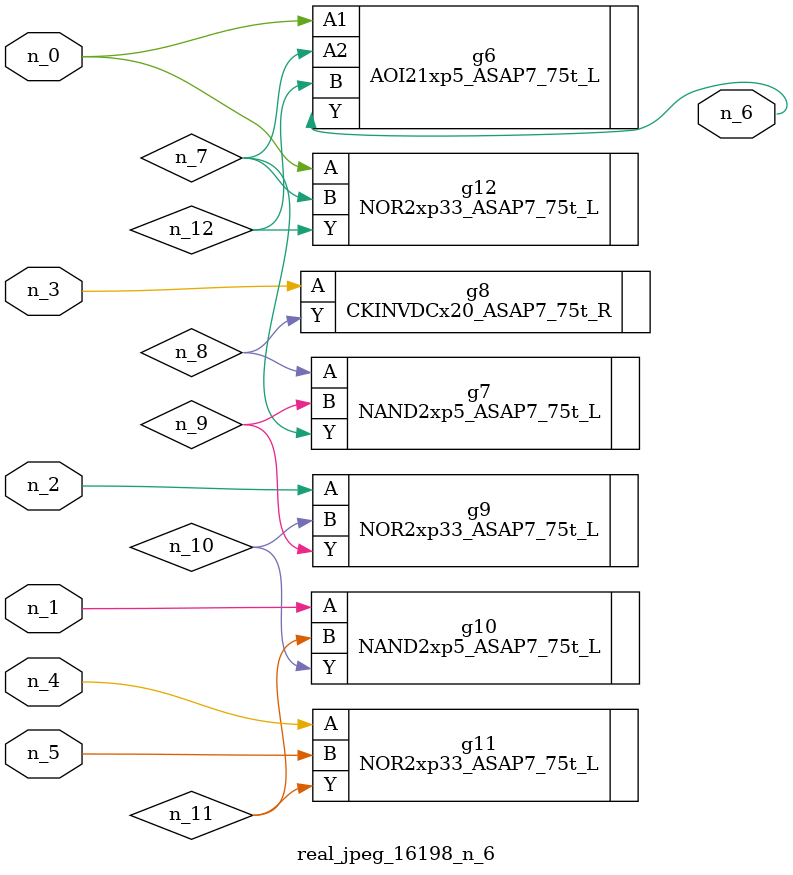
<source format=v>
module real_jpeg_16198_n_6 (n_5, n_4, n_0, n_1, n_2, n_3, n_6);

input n_5;
input n_4;
input n_0;
input n_1;
input n_2;
input n_3;

output n_6;

wire n_12;
wire n_8;
wire n_11;
wire n_7;
wire n_10;
wire n_9;

AOI21xp5_ASAP7_75t_L g6 ( 
.A1(n_0),
.A2(n_7),
.B(n_12),
.Y(n_6)
);

NOR2xp33_ASAP7_75t_L g12 ( 
.A(n_0),
.B(n_7),
.Y(n_12)
);

NAND2xp5_ASAP7_75t_L g10 ( 
.A(n_1),
.B(n_11),
.Y(n_10)
);

NOR2xp33_ASAP7_75t_L g9 ( 
.A(n_2),
.B(n_10),
.Y(n_9)
);

CKINVDCx20_ASAP7_75t_R g8 ( 
.A(n_3),
.Y(n_8)
);

NOR2xp33_ASAP7_75t_L g11 ( 
.A(n_4),
.B(n_5),
.Y(n_11)
);

NAND2xp5_ASAP7_75t_L g7 ( 
.A(n_8),
.B(n_9),
.Y(n_7)
);


endmodule
</source>
